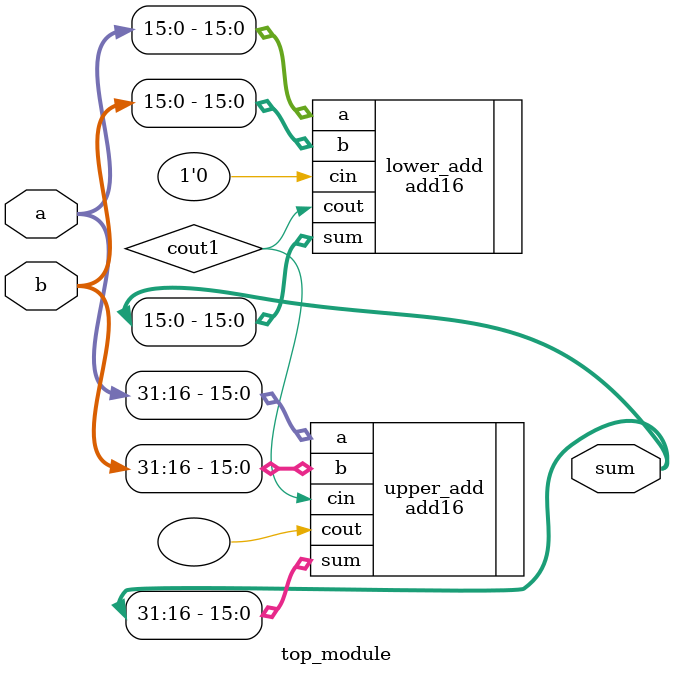
<source format=v>
module top_module(
    input [31:0] a,
    input [31:0] b,
    output [31:0] sum
);

    wire cout1;

    add16 lower_add (
        .a(a[15:0]),
        .b(b[15:0]),
        .cin(1'b0),
        .sum(sum[15:0]),
        .cout(cout1)
    );

    add16 upper_add (
        .a(a[31:16]),
        .b(b[31:16]),
        .cin(cout1),
        .sum(sum[31:16]),
        .cout() // carry-out of upper adder is not used
    );

endmodule
</source>
